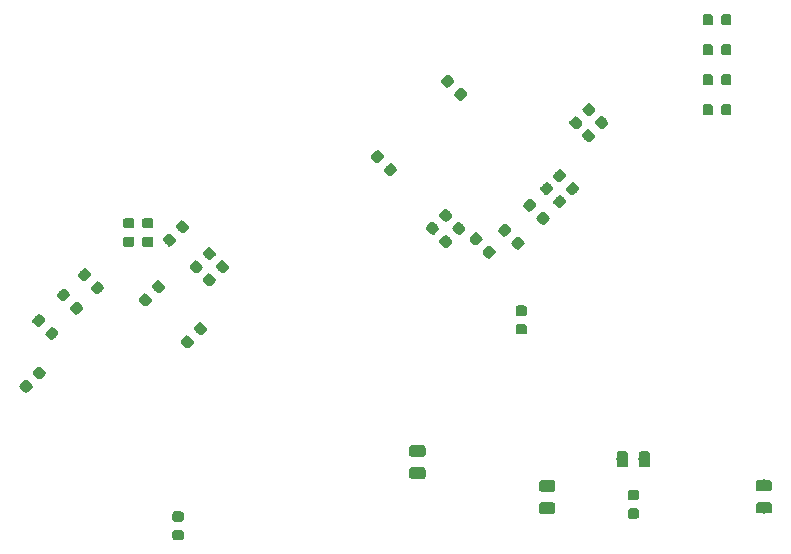
<source format=gbp>
G04 #@! TF.GenerationSoftware,KiCad,Pcbnew,(5.1.0-891-gf1f26a919-dirty)*
G04 #@! TF.CreationDate,2019-06-11T00:28:49+04:00*
G04 #@! TF.ProjectId,hdmishield,68646d69-7368-4696-956c-642e6b696361,rev?*
G04 #@! TF.SameCoordinates,Original*
G04 #@! TF.FileFunction,Paste,Bot*
G04 #@! TF.FilePolarity,Positive*
%FSLAX46Y46*%
G04 Gerber Fmt 4.6, Leading zero omitted, Abs format (unit mm)*
G04 Created by KiCad (PCBNEW (5.1.0-891-gf1f26a919-dirty)) date 2019-06-11 00:28:49*
%MOMM*%
%LPD*%
G04 APERTURE LIST*
%ADD10C,0.100000*%
%ADD11C,0.875000*%
%ADD12C,0.975000*%
G04 APERTURE END LIST*
D10*
G36*
X72354790Y-62984508D02*
G01*
X72428379Y-63037974D01*
X72473860Y-63116749D01*
X72484566Y-63184346D01*
X72484566Y-63621846D01*
X72465654Y-63710820D01*
X72412188Y-63784409D01*
X72333413Y-63829890D01*
X72265816Y-63840596D01*
X71753316Y-63840596D01*
X71664342Y-63821684D01*
X71590753Y-63768218D01*
X71545272Y-63689443D01*
X71534566Y-63621846D01*
X71534566Y-63184346D01*
X71553478Y-63095372D01*
X71606944Y-63021783D01*
X71685719Y-62976302D01*
X71753316Y-62965596D01*
X72265816Y-62965596D01*
X72354790Y-62984508D01*
X72354790Y-62984508D01*
G37*
D11*
X72009566Y-63403096D03*
D10*
G36*
X72354790Y-64559508D02*
G01*
X72428379Y-64612974D01*
X72473860Y-64691749D01*
X72484566Y-64759346D01*
X72484566Y-65196846D01*
X72465654Y-65285820D01*
X72412188Y-65359409D01*
X72333413Y-65404890D01*
X72265816Y-65415596D01*
X71753316Y-65415596D01*
X71664342Y-65396684D01*
X71590753Y-65343218D01*
X71545272Y-65264443D01*
X71534566Y-65196846D01*
X71534566Y-64759346D01*
X71553478Y-64670372D01*
X71606944Y-64596783D01*
X71685719Y-64551302D01*
X71753316Y-64540596D01*
X72265816Y-64540596D01*
X72354790Y-64559508D01*
X72354790Y-64559508D01*
G37*
D11*
X72009566Y-64978096D03*
D10*
G36*
X73980390Y-62984508D02*
G01*
X74053979Y-63037974D01*
X74099460Y-63116749D01*
X74110166Y-63184346D01*
X74110166Y-63621846D01*
X74091254Y-63710820D01*
X74037788Y-63784409D01*
X73959013Y-63829890D01*
X73891416Y-63840596D01*
X73378916Y-63840596D01*
X73289942Y-63821684D01*
X73216353Y-63768218D01*
X73170872Y-63689443D01*
X73160166Y-63621846D01*
X73160166Y-63184346D01*
X73179078Y-63095372D01*
X73232544Y-63021783D01*
X73311319Y-62976302D01*
X73378916Y-62965596D01*
X73891416Y-62965596D01*
X73980390Y-62984508D01*
X73980390Y-62984508D01*
G37*
D11*
X73635166Y-63403096D03*
D10*
G36*
X73980390Y-64559508D02*
G01*
X74053979Y-64612974D01*
X74099460Y-64691749D01*
X74110166Y-64759346D01*
X74110166Y-65196846D01*
X74091254Y-65285820D01*
X74037788Y-65359409D01*
X73959013Y-65404890D01*
X73891416Y-65415596D01*
X73378916Y-65415596D01*
X73289942Y-65396684D01*
X73216353Y-65343218D01*
X73170872Y-65264443D01*
X73160166Y-65196846D01*
X73160166Y-64759346D01*
X73179078Y-64670372D01*
X73232544Y-64596783D01*
X73311319Y-64551302D01*
X73378916Y-64540596D01*
X73891416Y-64540596D01*
X73980390Y-64559508D01*
X73980390Y-64559508D01*
G37*
D11*
X73635166Y-64978096D03*
D10*
G36*
X76645548Y-63186876D02*
G01*
X76700918Y-63227104D01*
X77063311Y-63589497D01*
X77112852Y-63665784D01*
X77127081Y-63755625D01*
X77103539Y-63843487D01*
X77063311Y-63898857D01*
X76753952Y-64208216D01*
X76677665Y-64257757D01*
X76587824Y-64271986D01*
X76499962Y-64248444D01*
X76444592Y-64208216D01*
X76082199Y-63845823D01*
X76032658Y-63769536D01*
X76018429Y-63679695D01*
X76041971Y-63591833D01*
X76082199Y-63536463D01*
X76391558Y-63227104D01*
X76467845Y-63177563D01*
X76557686Y-63163334D01*
X76645548Y-63186876D01*
X76645548Y-63186876D01*
G37*
D11*
X76572755Y-63717660D03*
D10*
G36*
X75531854Y-64300570D02*
G01*
X75587224Y-64340798D01*
X75949617Y-64703191D01*
X75999158Y-64779478D01*
X76013387Y-64869319D01*
X75989845Y-64957181D01*
X75949617Y-65012551D01*
X75640258Y-65321910D01*
X75563971Y-65371451D01*
X75474130Y-65385680D01*
X75386268Y-65362138D01*
X75330898Y-65321910D01*
X74968505Y-64959517D01*
X74918964Y-64883230D01*
X74904735Y-64793389D01*
X74928277Y-64705527D01*
X74968505Y-64650157D01*
X75277864Y-64340798D01*
X75354151Y-64291257D01*
X75443992Y-64277028D01*
X75531854Y-64300570D01*
X75531854Y-64300570D01*
G37*
D11*
X75459061Y-64831354D03*
D10*
G36*
X78912440Y-65460369D02*
G01*
X78967810Y-65500597D01*
X79330203Y-65862990D01*
X79379744Y-65939277D01*
X79393973Y-66029118D01*
X79370431Y-66116980D01*
X79330203Y-66172350D01*
X79020844Y-66481709D01*
X78944557Y-66531250D01*
X78854716Y-66545479D01*
X78766854Y-66521937D01*
X78711484Y-66481709D01*
X78349091Y-66119316D01*
X78299550Y-66043029D01*
X78285321Y-65953188D01*
X78308863Y-65865326D01*
X78349091Y-65809956D01*
X78658450Y-65500597D01*
X78734737Y-65451056D01*
X78824578Y-65436827D01*
X78912440Y-65460369D01*
X78912440Y-65460369D01*
G37*
D11*
X78839647Y-65991153D03*
D10*
G36*
X77798746Y-66574063D02*
G01*
X77854116Y-66614291D01*
X78216509Y-66976684D01*
X78266050Y-67052971D01*
X78280279Y-67142812D01*
X78256737Y-67230674D01*
X78216509Y-67286044D01*
X77907150Y-67595403D01*
X77830863Y-67644944D01*
X77741022Y-67659173D01*
X77653160Y-67635631D01*
X77597790Y-67595403D01*
X77235397Y-67233010D01*
X77185856Y-67156723D01*
X77171627Y-67066882D01*
X77195169Y-66979020D01*
X77235397Y-66923650D01*
X77544756Y-66614291D01*
X77621043Y-66564750D01*
X77710884Y-66550521D01*
X77798746Y-66574063D01*
X77798746Y-66574063D01*
G37*
D11*
X77725953Y-67104847D03*
D10*
G36*
X80023001Y-66556489D02*
G01*
X80078371Y-66596717D01*
X80440764Y-66959110D01*
X80490305Y-67035397D01*
X80504534Y-67125238D01*
X80480992Y-67213100D01*
X80440764Y-67268470D01*
X80131405Y-67577829D01*
X80055118Y-67627370D01*
X79965277Y-67641599D01*
X79877415Y-67618057D01*
X79822045Y-67577829D01*
X79459652Y-67215436D01*
X79410111Y-67139149D01*
X79395882Y-67049308D01*
X79419424Y-66961446D01*
X79459652Y-66906076D01*
X79769011Y-66596717D01*
X79845298Y-66547176D01*
X79935139Y-66532947D01*
X80023001Y-66556489D01*
X80023001Y-66556489D01*
G37*
D11*
X79950208Y-67087273D03*
D10*
G36*
X78909307Y-67670183D02*
G01*
X78964677Y-67710411D01*
X79327070Y-68072804D01*
X79376611Y-68149091D01*
X79390840Y-68238932D01*
X79367298Y-68326794D01*
X79327070Y-68382164D01*
X79017711Y-68691523D01*
X78941424Y-68741064D01*
X78851583Y-68755293D01*
X78763721Y-68731751D01*
X78708351Y-68691523D01*
X78345958Y-68329130D01*
X78296417Y-68252843D01*
X78282188Y-68163002D01*
X78305730Y-68075140D01*
X78345958Y-68019770D01*
X78655317Y-67710411D01*
X78731604Y-67660870D01*
X78821445Y-67646641D01*
X78909307Y-67670183D01*
X78909307Y-67670183D01*
G37*
D11*
X78836514Y-68200967D03*
D10*
G36*
X76545224Y-89395912D02*
G01*
X76618813Y-89449378D01*
X76664294Y-89528153D01*
X76675000Y-89595750D01*
X76675000Y-90033250D01*
X76656088Y-90122224D01*
X76602622Y-90195813D01*
X76523847Y-90241294D01*
X76456250Y-90252000D01*
X75943750Y-90252000D01*
X75854776Y-90233088D01*
X75781187Y-90179622D01*
X75735706Y-90100847D01*
X75725000Y-90033250D01*
X75725000Y-89595750D01*
X75743912Y-89506776D01*
X75797378Y-89433187D01*
X75876153Y-89387706D01*
X75943750Y-89377000D01*
X76456250Y-89377000D01*
X76545224Y-89395912D01*
X76545224Y-89395912D01*
G37*
D11*
X76200000Y-89814500D03*
D10*
G36*
X76545224Y-87820912D02*
G01*
X76618813Y-87874378D01*
X76664294Y-87953153D01*
X76675000Y-88020750D01*
X76675000Y-88458250D01*
X76656088Y-88547224D01*
X76602622Y-88620813D01*
X76523847Y-88666294D01*
X76456250Y-88677000D01*
X75943750Y-88677000D01*
X75854776Y-88658088D01*
X75781187Y-88604622D01*
X75735706Y-88525847D01*
X75725000Y-88458250D01*
X75725000Y-88020750D01*
X75743912Y-87931776D01*
X75797378Y-87858187D01*
X75876153Y-87812706D01*
X75943750Y-87802000D01*
X76456250Y-87802000D01*
X76545224Y-87820912D01*
X76545224Y-87820912D01*
G37*
D11*
X76200000Y-88239500D03*
D10*
G36*
X74607140Y-68254369D02*
G01*
X74662510Y-68294597D01*
X75024903Y-68656990D01*
X75074444Y-68733277D01*
X75088673Y-68823118D01*
X75065131Y-68910980D01*
X75024903Y-68966350D01*
X74715544Y-69275709D01*
X74639257Y-69325250D01*
X74549416Y-69339479D01*
X74461554Y-69315937D01*
X74406184Y-69275709D01*
X74043791Y-68913316D01*
X73994250Y-68837029D01*
X73980021Y-68747188D01*
X74003563Y-68659326D01*
X74043791Y-68603956D01*
X74353150Y-68294597D01*
X74429437Y-68245056D01*
X74519278Y-68230827D01*
X74607140Y-68254369D01*
X74607140Y-68254369D01*
G37*
D11*
X74534347Y-68785153D03*
D10*
G36*
X73493446Y-69368063D02*
G01*
X73548816Y-69408291D01*
X73911209Y-69770684D01*
X73960750Y-69846971D01*
X73974979Y-69936812D01*
X73951437Y-70024674D01*
X73911209Y-70080044D01*
X73601850Y-70389403D01*
X73525563Y-70438944D01*
X73435722Y-70453173D01*
X73347860Y-70429631D01*
X73292490Y-70389403D01*
X72930097Y-70027010D01*
X72880556Y-69950723D01*
X72866327Y-69860882D01*
X72889869Y-69773020D01*
X72930097Y-69717650D01*
X73239456Y-69408291D01*
X73315743Y-69358750D01*
X73405584Y-69344521D01*
X73493446Y-69368063D01*
X73493446Y-69368063D01*
G37*
D11*
X73420653Y-69898847D03*
D10*
G36*
X63396946Y-76670563D02*
G01*
X63452316Y-76710791D01*
X63814709Y-77073184D01*
X63864250Y-77149471D01*
X63878479Y-77239312D01*
X63854937Y-77327174D01*
X63814709Y-77382544D01*
X63505350Y-77691903D01*
X63429063Y-77741444D01*
X63339222Y-77755673D01*
X63251360Y-77732131D01*
X63195990Y-77691903D01*
X62833597Y-77329510D01*
X62784056Y-77253223D01*
X62769827Y-77163382D01*
X62793369Y-77075520D01*
X62833597Y-77020150D01*
X63142956Y-76710791D01*
X63219243Y-76661250D01*
X63309084Y-76647021D01*
X63396946Y-76670563D01*
X63396946Y-76670563D01*
G37*
D11*
X63324153Y-77201347D03*
D10*
G36*
X64510640Y-75556869D02*
G01*
X64566010Y-75597097D01*
X64928403Y-75959490D01*
X64977944Y-76035777D01*
X64992173Y-76125618D01*
X64968631Y-76213480D01*
X64928403Y-76268850D01*
X64619044Y-76578209D01*
X64542757Y-76627750D01*
X64452916Y-76641979D01*
X64365054Y-76618437D01*
X64309684Y-76578209D01*
X63947291Y-76215816D01*
X63897750Y-76139529D01*
X63883521Y-76049688D01*
X63907063Y-75961826D01*
X63947291Y-75906456D01*
X64256650Y-75597097D01*
X64332937Y-75547556D01*
X64422778Y-75533327D01*
X64510640Y-75556869D01*
X64510640Y-75556869D01*
G37*
D11*
X64437847Y-76087653D03*
D10*
G36*
X64529480Y-71111869D02*
G01*
X64584850Y-71152097D01*
X64894209Y-71461456D01*
X64943750Y-71537743D01*
X64957979Y-71627584D01*
X64934437Y-71715446D01*
X64894209Y-71770816D01*
X64531816Y-72133209D01*
X64455529Y-72182750D01*
X64365688Y-72196979D01*
X64277826Y-72173437D01*
X64222456Y-72133209D01*
X63913097Y-71823850D01*
X63863556Y-71747563D01*
X63849327Y-71657722D01*
X63872869Y-71569860D01*
X63913097Y-71514490D01*
X64275490Y-71152097D01*
X64351777Y-71102556D01*
X64441618Y-71088327D01*
X64529480Y-71111869D01*
X64529480Y-71111869D01*
G37*
D11*
X64403653Y-71642653D03*
D10*
G36*
X65643174Y-72225563D02*
G01*
X65698544Y-72265791D01*
X66007903Y-72575150D01*
X66057444Y-72651437D01*
X66071673Y-72741278D01*
X66048131Y-72829140D01*
X66007903Y-72884510D01*
X65645510Y-73246903D01*
X65569223Y-73296444D01*
X65479382Y-73310673D01*
X65391520Y-73287131D01*
X65336150Y-73246903D01*
X65026791Y-72937544D01*
X64977250Y-72861257D01*
X64963021Y-72771416D01*
X64986563Y-72683554D01*
X65026791Y-72628184D01*
X65389184Y-72265791D01*
X65465471Y-72216250D01*
X65555312Y-72202021D01*
X65643174Y-72225563D01*
X65643174Y-72225563D01*
G37*
D11*
X65517347Y-72756347D03*
D10*
G36*
X68402980Y-67238369D02*
G01*
X68458350Y-67278597D01*
X68767709Y-67587956D01*
X68817250Y-67664243D01*
X68831479Y-67754084D01*
X68807937Y-67841946D01*
X68767709Y-67897316D01*
X68405316Y-68259709D01*
X68329029Y-68309250D01*
X68239188Y-68323479D01*
X68151326Y-68299937D01*
X68095956Y-68259709D01*
X67786597Y-67950350D01*
X67737056Y-67874063D01*
X67722827Y-67784222D01*
X67746369Y-67696360D01*
X67786597Y-67640990D01*
X68148990Y-67278597D01*
X68225277Y-67229056D01*
X68315118Y-67214827D01*
X68402980Y-67238369D01*
X68402980Y-67238369D01*
G37*
D11*
X68277153Y-67769153D03*
D10*
G36*
X69516674Y-68352063D02*
G01*
X69572044Y-68392291D01*
X69881403Y-68701650D01*
X69930944Y-68777937D01*
X69945173Y-68867778D01*
X69921631Y-68955640D01*
X69881403Y-69011010D01*
X69519010Y-69373403D01*
X69442723Y-69422944D01*
X69352882Y-69437173D01*
X69265020Y-69413631D01*
X69209650Y-69373403D01*
X68900291Y-69064044D01*
X68850750Y-68987757D01*
X68836521Y-68897916D01*
X68860063Y-68810054D01*
X68900291Y-68754684D01*
X69262684Y-68392291D01*
X69338971Y-68342750D01*
X69428812Y-68328521D01*
X69516674Y-68352063D01*
X69516674Y-68352063D01*
G37*
D11*
X69390847Y-68882847D03*
D10*
G36*
X78163140Y-71810369D02*
G01*
X78218510Y-71850597D01*
X78580903Y-72212990D01*
X78630444Y-72289277D01*
X78644673Y-72379118D01*
X78621131Y-72466980D01*
X78580903Y-72522350D01*
X78271544Y-72831709D01*
X78195257Y-72881250D01*
X78105416Y-72895479D01*
X78017554Y-72871937D01*
X77962184Y-72831709D01*
X77599791Y-72469316D01*
X77550250Y-72393029D01*
X77536021Y-72303188D01*
X77559563Y-72215326D01*
X77599791Y-72159956D01*
X77909150Y-71850597D01*
X77985437Y-71801056D01*
X78075278Y-71786827D01*
X78163140Y-71810369D01*
X78163140Y-71810369D01*
G37*
D11*
X78090347Y-72341153D03*
D10*
G36*
X77049446Y-72924063D02*
G01*
X77104816Y-72964291D01*
X77467209Y-73326684D01*
X77516750Y-73402971D01*
X77530979Y-73492812D01*
X77507437Y-73580674D01*
X77467209Y-73636044D01*
X77157850Y-73945403D01*
X77081563Y-73994944D01*
X76991722Y-74009173D01*
X76903860Y-73985631D01*
X76848490Y-73945403D01*
X76486097Y-73583010D01*
X76436556Y-73506723D01*
X76422327Y-73416882D01*
X76445869Y-73329020D01*
X76486097Y-73273650D01*
X76795456Y-72964291D01*
X76871743Y-72914750D01*
X76961584Y-72900521D01*
X77049446Y-72924063D01*
X77049446Y-72924063D01*
G37*
D11*
X76976653Y-73454847D03*
D10*
G36*
X66624980Y-68952869D02*
G01*
X66680350Y-68993097D01*
X66989709Y-69302456D01*
X67039250Y-69378743D01*
X67053479Y-69468584D01*
X67029937Y-69556446D01*
X66989709Y-69611816D01*
X66627316Y-69974209D01*
X66551029Y-70023750D01*
X66461188Y-70037979D01*
X66373326Y-70014437D01*
X66317956Y-69974209D01*
X66008597Y-69664850D01*
X65959056Y-69588563D01*
X65944827Y-69498722D01*
X65968369Y-69410860D01*
X66008597Y-69355490D01*
X66370990Y-68993097D01*
X66447277Y-68943556D01*
X66537118Y-68929327D01*
X66624980Y-68952869D01*
X66624980Y-68952869D01*
G37*
D11*
X66499153Y-69483653D03*
D10*
G36*
X67738674Y-70066563D02*
G01*
X67794044Y-70106791D01*
X68103403Y-70416150D01*
X68152944Y-70492437D01*
X68167173Y-70582278D01*
X68143631Y-70670140D01*
X68103403Y-70725510D01*
X67741010Y-71087903D01*
X67664723Y-71137444D01*
X67574882Y-71151673D01*
X67487020Y-71128131D01*
X67431650Y-71087903D01*
X67122291Y-70778544D01*
X67072750Y-70702257D01*
X67058521Y-70612416D01*
X67082063Y-70524554D01*
X67122291Y-70469184D01*
X67484684Y-70106791D01*
X67560971Y-70057250D01*
X67650812Y-70043021D01*
X67738674Y-70066563D01*
X67738674Y-70066563D01*
G37*
D11*
X67612847Y-70597347D03*
D10*
G36*
X122925724Y-53343912D02*
G01*
X122999313Y-53397378D01*
X123044794Y-53476153D01*
X123055500Y-53543750D01*
X123055500Y-54056250D01*
X123036588Y-54145224D01*
X122983122Y-54218813D01*
X122904347Y-54264294D01*
X122836750Y-54275000D01*
X122399250Y-54275000D01*
X122310276Y-54256088D01*
X122236687Y-54202622D01*
X122191206Y-54123847D01*
X122180500Y-54056250D01*
X122180500Y-53543750D01*
X122199412Y-53454776D01*
X122252878Y-53381187D01*
X122331653Y-53335706D01*
X122399250Y-53325000D01*
X122836750Y-53325000D01*
X122925724Y-53343912D01*
X122925724Y-53343912D01*
G37*
D11*
X122618000Y-53800000D03*
D10*
G36*
X121350724Y-53343912D02*
G01*
X121424313Y-53397378D01*
X121469794Y-53476153D01*
X121480500Y-53543750D01*
X121480500Y-54056250D01*
X121461588Y-54145224D01*
X121408122Y-54218813D01*
X121329347Y-54264294D01*
X121261750Y-54275000D01*
X120824250Y-54275000D01*
X120735276Y-54256088D01*
X120661687Y-54202622D01*
X120616206Y-54123847D01*
X120605500Y-54056250D01*
X120605500Y-53543750D01*
X120624412Y-53454776D01*
X120677878Y-53381187D01*
X120756653Y-53335706D01*
X120824250Y-53325000D01*
X121261750Y-53325000D01*
X121350724Y-53343912D01*
X121350724Y-53343912D01*
G37*
D11*
X121043000Y-53800000D03*
D10*
G36*
X121350724Y-50803912D02*
G01*
X121424313Y-50857378D01*
X121469794Y-50936153D01*
X121480500Y-51003750D01*
X121480500Y-51516250D01*
X121461588Y-51605224D01*
X121408122Y-51678813D01*
X121329347Y-51724294D01*
X121261750Y-51735000D01*
X120824250Y-51735000D01*
X120735276Y-51716088D01*
X120661687Y-51662622D01*
X120616206Y-51583847D01*
X120605500Y-51516250D01*
X120605500Y-51003750D01*
X120624412Y-50914776D01*
X120677878Y-50841187D01*
X120756653Y-50795706D01*
X120824250Y-50785000D01*
X121261750Y-50785000D01*
X121350724Y-50803912D01*
X121350724Y-50803912D01*
G37*
D11*
X121043000Y-51260000D03*
D10*
G36*
X122925724Y-50803912D02*
G01*
X122999313Y-50857378D01*
X123044794Y-50936153D01*
X123055500Y-51003750D01*
X123055500Y-51516250D01*
X123036588Y-51605224D01*
X122983122Y-51678813D01*
X122904347Y-51724294D01*
X122836750Y-51735000D01*
X122399250Y-51735000D01*
X122310276Y-51716088D01*
X122236687Y-51662622D01*
X122191206Y-51583847D01*
X122180500Y-51516250D01*
X122180500Y-51003750D01*
X122199412Y-50914776D01*
X122252878Y-50841187D01*
X122331653Y-50795706D01*
X122399250Y-50785000D01*
X122836750Y-50785000D01*
X122925724Y-50803912D01*
X122925724Y-50803912D01*
G37*
D11*
X122618000Y-51260000D03*
D10*
G36*
X121350724Y-48263912D02*
G01*
X121424313Y-48317378D01*
X121469794Y-48396153D01*
X121480500Y-48463750D01*
X121480500Y-48976250D01*
X121461588Y-49065224D01*
X121408122Y-49138813D01*
X121329347Y-49184294D01*
X121261750Y-49195000D01*
X120824250Y-49195000D01*
X120735276Y-49176088D01*
X120661687Y-49122622D01*
X120616206Y-49043847D01*
X120605500Y-48976250D01*
X120605500Y-48463750D01*
X120624412Y-48374776D01*
X120677878Y-48301187D01*
X120756653Y-48255706D01*
X120824250Y-48245000D01*
X121261750Y-48245000D01*
X121350724Y-48263912D01*
X121350724Y-48263912D01*
G37*
D11*
X121043000Y-48720000D03*
D10*
G36*
X122925724Y-48263912D02*
G01*
X122999313Y-48317378D01*
X123044794Y-48396153D01*
X123055500Y-48463750D01*
X123055500Y-48976250D01*
X123036588Y-49065224D01*
X122983122Y-49138813D01*
X122904347Y-49184294D01*
X122836750Y-49195000D01*
X122399250Y-49195000D01*
X122310276Y-49176088D01*
X122236687Y-49122622D01*
X122191206Y-49043847D01*
X122180500Y-48976250D01*
X122180500Y-48463750D01*
X122199412Y-48374776D01*
X122252878Y-48301187D01*
X122331653Y-48255706D01*
X122399250Y-48245000D01*
X122836750Y-48245000D01*
X122925724Y-48263912D01*
X122925724Y-48263912D01*
G37*
D11*
X122618000Y-48720000D03*
D10*
G36*
X121350724Y-45723913D02*
G01*
X121424313Y-45777379D01*
X121469794Y-45856154D01*
X121480500Y-45923751D01*
X121480500Y-46436251D01*
X121461588Y-46525225D01*
X121408122Y-46598814D01*
X121329347Y-46644295D01*
X121261750Y-46655001D01*
X120824250Y-46655001D01*
X120735276Y-46636089D01*
X120661687Y-46582623D01*
X120616206Y-46503848D01*
X120605500Y-46436251D01*
X120605500Y-45923751D01*
X120624412Y-45834777D01*
X120677878Y-45761188D01*
X120756653Y-45715707D01*
X120824250Y-45705001D01*
X121261750Y-45705001D01*
X121350724Y-45723913D01*
X121350724Y-45723913D01*
G37*
D11*
X121043000Y-46180001D03*
D10*
G36*
X122925724Y-45723913D02*
G01*
X122999313Y-45777379D01*
X123044794Y-45856154D01*
X123055500Y-45923751D01*
X123055500Y-46436251D01*
X123036588Y-46525225D01*
X122983122Y-46598814D01*
X122904347Y-46644295D01*
X122836750Y-46655001D01*
X122399250Y-46655001D01*
X122310276Y-46636089D01*
X122236687Y-46582623D01*
X122191206Y-46503848D01*
X122180500Y-46436251D01*
X122180500Y-45923751D01*
X122199412Y-45834777D01*
X122252878Y-45761188D01*
X122331653Y-45715707D01*
X122399250Y-45705001D01*
X122836750Y-45705001D01*
X122925724Y-45723913D01*
X122925724Y-45723913D01*
G37*
D11*
X122618000Y-46180001D03*
D10*
G36*
X105590124Y-71971512D02*
G01*
X105663713Y-72024978D01*
X105709194Y-72103753D01*
X105719900Y-72171350D01*
X105719900Y-72608850D01*
X105700988Y-72697824D01*
X105647522Y-72771413D01*
X105568747Y-72816894D01*
X105501150Y-72827600D01*
X104988650Y-72827600D01*
X104899676Y-72808688D01*
X104826087Y-72755222D01*
X104780606Y-72676447D01*
X104769900Y-72608850D01*
X104769900Y-72171350D01*
X104788812Y-72082376D01*
X104842278Y-72008787D01*
X104921053Y-71963306D01*
X104988650Y-71952600D01*
X105501150Y-71952600D01*
X105590124Y-71971512D01*
X105590124Y-71971512D01*
G37*
D11*
X105244900Y-72390100D03*
D10*
G36*
X105590124Y-70396512D02*
G01*
X105663713Y-70449978D01*
X105709194Y-70528753D01*
X105719900Y-70596350D01*
X105719900Y-71033850D01*
X105700988Y-71122824D01*
X105647522Y-71196413D01*
X105568747Y-71241894D01*
X105501150Y-71252600D01*
X104988650Y-71252600D01*
X104899676Y-71233688D01*
X104826087Y-71180222D01*
X104780606Y-71101447D01*
X104769900Y-71033850D01*
X104769900Y-70596350D01*
X104788812Y-70507376D01*
X104842278Y-70433787D01*
X104921053Y-70388306D01*
X104988650Y-70377600D01*
X105501150Y-70377600D01*
X105590124Y-70396512D01*
X105590124Y-70396512D01*
G37*
D11*
X105244900Y-70815100D03*
D10*
G36*
X109942446Y-54382063D02*
G01*
X109997816Y-54422291D01*
X110360209Y-54784684D01*
X110409750Y-54860971D01*
X110423979Y-54950812D01*
X110400437Y-55038674D01*
X110360209Y-55094044D01*
X110050850Y-55403403D01*
X109974563Y-55452944D01*
X109884722Y-55467173D01*
X109796860Y-55443631D01*
X109741490Y-55403403D01*
X109379097Y-55041010D01*
X109329556Y-54964723D01*
X109315327Y-54874882D01*
X109338869Y-54787020D01*
X109379097Y-54731650D01*
X109688456Y-54422291D01*
X109764743Y-54372750D01*
X109854584Y-54358521D01*
X109942446Y-54382063D01*
X109942446Y-54382063D01*
G37*
D11*
X109869653Y-54912847D03*
D10*
G36*
X111056140Y-53268369D02*
G01*
X111111510Y-53308597D01*
X111473903Y-53670990D01*
X111523444Y-53747277D01*
X111537673Y-53837118D01*
X111514131Y-53924980D01*
X111473903Y-53980350D01*
X111164544Y-54289709D01*
X111088257Y-54339250D01*
X110998416Y-54353479D01*
X110910554Y-54329937D01*
X110855184Y-54289709D01*
X110492791Y-53927316D01*
X110443250Y-53851029D01*
X110429021Y-53761188D01*
X110452563Y-53673326D01*
X110492791Y-53617956D01*
X110802150Y-53308597D01*
X110878437Y-53259056D01*
X110968278Y-53244827D01*
X111056140Y-53268369D01*
X111056140Y-53268369D01*
G37*
D11*
X110983347Y-53799153D03*
D10*
G36*
X111021946Y-55461563D02*
G01*
X111077316Y-55501791D01*
X111439709Y-55864184D01*
X111489250Y-55940471D01*
X111503479Y-56030312D01*
X111479937Y-56118174D01*
X111439709Y-56173544D01*
X111130350Y-56482903D01*
X111054063Y-56532444D01*
X110964222Y-56546673D01*
X110876360Y-56523131D01*
X110820990Y-56482903D01*
X110458597Y-56120510D01*
X110409056Y-56044223D01*
X110394827Y-55954382D01*
X110418369Y-55866520D01*
X110458597Y-55811150D01*
X110767956Y-55501791D01*
X110844243Y-55452250D01*
X110934084Y-55438021D01*
X111021946Y-55461563D01*
X111021946Y-55461563D01*
G37*
D11*
X110949153Y-55992347D03*
D10*
G36*
X112135640Y-54347869D02*
G01*
X112191010Y-54388097D01*
X112553403Y-54750490D01*
X112602944Y-54826777D01*
X112617173Y-54916618D01*
X112593631Y-55004480D01*
X112553403Y-55059850D01*
X112244044Y-55369209D01*
X112167757Y-55418750D01*
X112077916Y-55432979D01*
X111990054Y-55409437D01*
X111934684Y-55369209D01*
X111572291Y-55006816D01*
X111522750Y-54930529D01*
X111508521Y-54840688D01*
X111532063Y-54752826D01*
X111572291Y-54697456D01*
X111881650Y-54388097D01*
X111957937Y-54338556D01*
X112047778Y-54324327D01*
X112135640Y-54347869D01*
X112135640Y-54347869D01*
G37*
D11*
X112062847Y-54878653D03*
D10*
G36*
X97822884Y-63305439D02*
G01*
X97878254Y-63345667D01*
X98240647Y-63708060D01*
X98290188Y-63784347D01*
X98304417Y-63874188D01*
X98280875Y-63962050D01*
X98240647Y-64017420D01*
X97931288Y-64326779D01*
X97855001Y-64376320D01*
X97765160Y-64390549D01*
X97677298Y-64367007D01*
X97621928Y-64326779D01*
X97259535Y-63964386D01*
X97209994Y-63888099D01*
X97195765Y-63798258D01*
X97219307Y-63710396D01*
X97259535Y-63655026D01*
X97568894Y-63345667D01*
X97645181Y-63296126D01*
X97735022Y-63281897D01*
X97822884Y-63305439D01*
X97822884Y-63305439D01*
G37*
D11*
X97750091Y-63836223D03*
D10*
G36*
X98936578Y-62191745D02*
G01*
X98991948Y-62231973D01*
X99354341Y-62594366D01*
X99403882Y-62670653D01*
X99418111Y-62760494D01*
X99394569Y-62848356D01*
X99354341Y-62903726D01*
X99044982Y-63213085D01*
X98968695Y-63262626D01*
X98878854Y-63276855D01*
X98790992Y-63253313D01*
X98735622Y-63213085D01*
X98373229Y-62850692D01*
X98323688Y-62774405D01*
X98309459Y-62684564D01*
X98333001Y-62596702D01*
X98373229Y-62541332D01*
X98682588Y-62231973D01*
X98758875Y-62182432D01*
X98848716Y-62168203D01*
X98936578Y-62191745D01*
X98936578Y-62191745D01*
G37*
D11*
X98863785Y-62722529D03*
D10*
G36*
X105105167Y-64571655D02*
G01*
X105160537Y-64611883D01*
X105469896Y-64921242D01*
X105519437Y-64997529D01*
X105533666Y-65087370D01*
X105510124Y-65175232D01*
X105469896Y-65230602D01*
X105107503Y-65592995D01*
X105031216Y-65642536D01*
X104941375Y-65656765D01*
X104853513Y-65633223D01*
X104798143Y-65592995D01*
X104488784Y-65283636D01*
X104439243Y-65207349D01*
X104425014Y-65117508D01*
X104448556Y-65029646D01*
X104488784Y-64974276D01*
X104851177Y-64611883D01*
X104927464Y-64562342D01*
X105017305Y-64548113D01*
X105105167Y-64571655D01*
X105105167Y-64571655D01*
G37*
D11*
X104979340Y-65102439D03*
D10*
G36*
X103991473Y-63457961D02*
G01*
X104046843Y-63498189D01*
X104356202Y-63807548D01*
X104405743Y-63883835D01*
X104419972Y-63973676D01*
X104396430Y-64061538D01*
X104356202Y-64116908D01*
X103993809Y-64479301D01*
X103917522Y-64528842D01*
X103827681Y-64543071D01*
X103739819Y-64519529D01*
X103684449Y-64479301D01*
X103375090Y-64169942D01*
X103325549Y-64093655D01*
X103311320Y-64003814D01*
X103334862Y-63915952D01*
X103375090Y-63860582D01*
X103737483Y-63498189D01*
X103813770Y-63448648D01*
X103903611Y-63434419D01*
X103991473Y-63457961D01*
X103991473Y-63457961D01*
G37*
D11*
X103865646Y-63988745D03*
D10*
G36*
X93191427Y-57241516D02*
G01*
X93246797Y-57281744D01*
X93556156Y-57591103D01*
X93605697Y-57667390D01*
X93619926Y-57757231D01*
X93596384Y-57845093D01*
X93556156Y-57900463D01*
X93193763Y-58262856D01*
X93117476Y-58312397D01*
X93027635Y-58326626D01*
X92939773Y-58303084D01*
X92884403Y-58262856D01*
X92575044Y-57953497D01*
X92525503Y-57877210D01*
X92511274Y-57787369D01*
X92534816Y-57699507D01*
X92575044Y-57644137D01*
X92937437Y-57281744D01*
X93013724Y-57232203D01*
X93103565Y-57217974D01*
X93191427Y-57241516D01*
X93191427Y-57241516D01*
G37*
D11*
X93065600Y-57772300D03*
D10*
G36*
X94305121Y-58355210D02*
G01*
X94360491Y-58395438D01*
X94669850Y-58704797D01*
X94719391Y-58781084D01*
X94733620Y-58870925D01*
X94710078Y-58958787D01*
X94669850Y-59014157D01*
X94307457Y-59376550D01*
X94231170Y-59426091D01*
X94141329Y-59440320D01*
X94053467Y-59416778D01*
X93998097Y-59376550D01*
X93688738Y-59067191D01*
X93639197Y-58990904D01*
X93624968Y-58901063D01*
X93648510Y-58813201D01*
X93688738Y-58757831D01*
X94051131Y-58395438D01*
X94127418Y-58345897D01*
X94217259Y-58331668D01*
X94305121Y-58355210D01*
X94305121Y-58355210D01*
G37*
D11*
X94179294Y-58885994D03*
D10*
G36*
X115091824Y-87558412D02*
G01*
X115165413Y-87611878D01*
X115210894Y-87690653D01*
X115221600Y-87758250D01*
X115221600Y-88195750D01*
X115202688Y-88284724D01*
X115149222Y-88358313D01*
X115070447Y-88403794D01*
X115002850Y-88414500D01*
X114490350Y-88414500D01*
X114401376Y-88395588D01*
X114327787Y-88342122D01*
X114282306Y-88263347D01*
X114271600Y-88195750D01*
X114271600Y-87758250D01*
X114290512Y-87669276D01*
X114343978Y-87595687D01*
X114422753Y-87550206D01*
X114490350Y-87539500D01*
X115002850Y-87539500D01*
X115091824Y-87558412D01*
X115091824Y-87558412D01*
G37*
D11*
X114746600Y-87977000D03*
D10*
G36*
X115091824Y-85983412D02*
G01*
X115165413Y-86036878D01*
X115210894Y-86115653D01*
X115221600Y-86183250D01*
X115221600Y-86620750D01*
X115202688Y-86709724D01*
X115149222Y-86783313D01*
X115070447Y-86828794D01*
X115002850Y-86839500D01*
X114490350Y-86839500D01*
X114401376Y-86820588D01*
X114327787Y-86767122D01*
X114282306Y-86688347D01*
X114271600Y-86620750D01*
X114271600Y-86183250D01*
X114290512Y-86094276D01*
X114343978Y-86020687D01*
X114422753Y-85975206D01*
X114490350Y-85964500D01*
X115002850Y-85964500D01*
X115091824Y-85983412D01*
X115091824Y-85983412D01*
G37*
D11*
X114746600Y-86402000D03*
D10*
G36*
X107224507Y-62452315D02*
G01*
X107279877Y-62492543D01*
X107589236Y-62801902D01*
X107638777Y-62878189D01*
X107653006Y-62968030D01*
X107629464Y-63055892D01*
X107589236Y-63111262D01*
X107226843Y-63473655D01*
X107150556Y-63523196D01*
X107060715Y-63537425D01*
X106972853Y-63513883D01*
X106917483Y-63473655D01*
X106608124Y-63164296D01*
X106558583Y-63088009D01*
X106544354Y-62998168D01*
X106567896Y-62910306D01*
X106608124Y-62854936D01*
X106970517Y-62492543D01*
X107046804Y-62443002D01*
X107136645Y-62428773D01*
X107224507Y-62452315D01*
X107224507Y-62452315D01*
G37*
D11*
X107098680Y-62983099D03*
D10*
G36*
X106110813Y-61338621D02*
G01*
X106166183Y-61378849D01*
X106475542Y-61688208D01*
X106525083Y-61764495D01*
X106539312Y-61854336D01*
X106515770Y-61942198D01*
X106475542Y-61997568D01*
X106113149Y-62359961D01*
X106036862Y-62409502D01*
X105947021Y-62423731D01*
X105859159Y-62400189D01*
X105803789Y-62359961D01*
X105494430Y-62050602D01*
X105444889Y-61974315D01*
X105430660Y-61884474D01*
X105454202Y-61796612D01*
X105494430Y-61741242D01*
X105856823Y-61378849D01*
X105933110Y-61329308D01*
X106022951Y-61315079D01*
X106110813Y-61338621D01*
X106110813Y-61338621D01*
G37*
D11*
X105984986Y-61869405D03*
D10*
G36*
X99151114Y-50840701D02*
G01*
X99206484Y-50880929D01*
X99515843Y-51190288D01*
X99565384Y-51266575D01*
X99579613Y-51356416D01*
X99556071Y-51444278D01*
X99515843Y-51499648D01*
X99153450Y-51862041D01*
X99077163Y-51911582D01*
X98987322Y-51925811D01*
X98899460Y-51902269D01*
X98844090Y-51862041D01*
X98534731Y-51552682D01*
X98485190Y-51476395D01*
X98470961Y-51386554D01*
X98494503Y-51298692D01*
X98534731Y-51243322D01*
X98897124Y-50880929D01*
X98973411Y-50831388D01*
X99063252Y-50817159D01*
X99151114Y-50840701D01*
X99151114Y-50840701D01*
G37*
D11*
X99025287Y-51371485D03*
D10*
G36*
X100264808Y-51954395D02*
G01*
X100320178Y-51994623D01*
X100629537Y-52303982D01*
X100679078Y-52380269D01*
X100693307Y-52470110D01*
X100669765Y-52557972D01*
X100629537Y-52613342D01*
X100267144Y-52975735D01*
X100190857Y-53025276D01*
X100101016Y-53039505D01*
X100013154Y-53015963D01*
X99957784Y-52975735D01*
X99648425Y-52666376D01*
X99598884Y-52590089D01*
X99584655Y-52500248D01*
X99608197Y-52412386D01*
X99648425Y-52357016D01*
X100010818Y-51994623D01*
X100087105Y-51945082D01*
X100176946Y-51930853D01*
X100264808Y-51954395D01*
X100264808Y-51954395D01*
G37*
D11*
X100138981Y-52485179D03*
D10*
G36*
X97011892Y-82210574D02*
G01*
X97093892Y-82270150D01*
X97144570Y-82357928D01*
X97156500Y-82433251D01*
X97156500Y-82920751D01*
X97135427Y-83019893D01*
X97075851Y-83101893D01*
X96988073Y-83152571D01*
X96912750Y-83164501D01*
X96000250Y-83164501D01*
X95901108Y-83143428D01*
X95819108Y-83083852D01*
X95768430Y-82996074D01*
X95756500Y-82920751D01*
X95756500Y-82433251D01*
X95777573Y-82334109D01*
X95837149Y-82252109D01*
X95924927Y-82201431D01*
X96000250Y-82189501D01*
X96912750Y-82189501D01*
X97011892Y-82210574D01*
X97011892Y-82210574D01*
G37*
D12*
X96456500Y-82677001D03*
D10*
G36*
X97011892Y-84085574D02*
G01*
X97093892Y-84145150D01*
X97144570Y-84232928D01*
X97156500Y-84308251D01*
X97156500Y-84795751D01*
X97135427Y-84894893D01*
X97075851Y-84976893D01*
X96988073Y-85027571D01*
X96912750Y-85039501D01*
X96000250Y-85039501D01*
X95901108Y-85018428D01*
X95819108Y-84958852D01*
X95768430Y-84871074D01*
X95756500Y-84795751D01*
X95756500Y-84308251D01*
X95777573Y-84209109D01*
X95837149Y-84127109D01*
X95924927Y-84076431D01*
X96000250Y-84064501D01*
X96912750Y-84064501D01*
X97011892Y-84085574D01*
X97011892Y-84085574D01*
G37*
D12*
X96456500Y-84552001D03*
D10*
G36*
X114151992Y-82700573D02*
G01*
X114233992Y-82760149D01*
X114284670Y-82847927D01*
X114296600Y-82923250D01*
X114296600Y-83835750D01*
X114275527Y-83934892D01*
X114215951Y-84016892D01*
X114128173Y-84067570D01*
X114052850Y-84079500D01*
X113565350Y-84079500D01*
X113466208Y-84058427D01*
X113384208Y-83998851D01*
X113333530Y-83911073D01*
X113321600Y-83835750D01*
X113321600Y-82923250D01*
X113342673Y-82824108D01*
X113402249Y-82742108D01*
X113490027Y-82691430D01*
X113565350Y-82679500D01*
X114052850Y-82679500D01*
X114151992Y-82700573D01*
X114151992Y-82700573D01*
G37*
D12*
X113809100Y-83379500D03*
D10*
G36*
X116026992Y-82700573D02*
G01*
X116108992Y-82760149D01*
X116159670Y-82847927D01*
X116171600Y-82923250D01*
X116171600Y-83835750D01*
X116150527Y-83934892D01*
X116090951Y-84016892D01*
X116003173Y-84067570D01*
X115927850Y-84079500D01*
X115440350Y-84079500D01*
X115341208Y-84058427D01*
X115259208Y-83998851D01*
X115208530Y-83911073D01*
X115196600Y-83835750D01*
X115196600Y-82923250D01*
X115217673Y-82824108D01*
X115277249Y-82742108D01*
X115365027Y-82691430D01*
X115440350Y-82679500D01*
X115927850Y-82679500D01*
X116026992Y-82700573D01*
X116026992Y-82700573D01*
G37*
D12*
X115684100Y-83379500D03*
D10*
G36*
X108634407Y-61042414D02*
G01*
X108689777Y-61082642D01*
X108999136Y-61392001D01*
X109048677Y-61468288D01*
X109062906Y-61558129D01*
X109039364Y-61645991D01*
X108999136Y-61701361D01*
X108636743Y-62063754D01*
X108560456Y-62113295D01*
X108470615Y-62127524D01*
X108382753Y-62103982D01*
X108327383Y-62063754D01*
X108018024Y-61754395D01*
X107968483Y-61678108D01*
X107954254Y-61588267D01*
X107977796Y-61500405D01*
X108018024Y-61445035D01*
X108380417Y-61082642D01*
X108456704Y-61033101D01*
X108546545Y-61018872D01*
X108634407Y-61042414D01*
X108634407Y-61042414D01*
G37*
D11*
X108508580Y-61573198D03*
D10*
G36*
X107520713Y-59928720D02*
G01*
X107576083Y-59968948D01*
X107885442Y-60278307D01*
X107934983Y-60354594D01*
X107949212Y-60444435D01*
X107925670Y-60532297D01*
X107885442Y-60587667D01*
X107523049Y-60950060D01*
X107446762Y-60999601D01*
X107356921Y-61013830D01*
X107269059Y-60990288D01*
X107213689Y-60950060D01*
X106904330Y-60640701D01*
X106854789Y-60564414D01*
X106840560Y-60474573D01*
X106864102Y-60386711D01*
X106904330Y-60331341D01*
X107266723Y-59968948D01*
X107343010Y-59919407D01*
X107432851Y-59905178D01*
X107520713Y-59928720D01*
X107520713Y-59928720D01*
G37*
D11*
X107394886Y-60459504D03*
D10*
G36*
X98936436Y-64418991D02*
G01*
X98991806Y-64459219D01*
X99354199Y-64821612D01*
X99403740Y-64897899D01*
X99417969Y-64987740D01*
X99394427Y-65075602D01*
X99354199Y-65130972D01*
X99044840Y-65440331D01*
X98968553Y-65489872D01*
X98878712Y-65504101D01*
X98790850Y-65480559D01*
X98735480Y-65440331D01*
X98373087Y-65077938D01*
X98323546Y-65001651D01*
X98309317Y-64911810D01*
X98332859Y-64823948D01*
X98373087Y-64768578D01*
X98682446Y-64459219D01*
X98758733Y-64409678D01*
X98848574Y-64395449D01*
X98936436Y-64418991D01*
X98936436Y-64418991D01*
G37*
D11*
X98863643Y-64949775D03*
D10*
G36*
X100050130Y-63305297D02*
G01*
X100105500Y-63345525D01*
X100467893Y-63707918D01*
X100517434Y-63784205D01*
X100531663Y-63874046D01*
X100508121Y-63961908D01*
X100467893Y-64017278D01*
X100158534Y-64326637D01*
X100082247Y-64376178D01*
X99992406Y-64390407D01*
X99904544Y-64366865D01*
X99849174Y-64326637D01*
X99486781Y-63964244D01*
X99437240Y-63887957D01*
X99423011Y-63798116D01*
X99446553Y-63710254D01*
X99486781Y-63654884D01*
X99796140Y-63345525D01*
X99872427Y-63295984D01*
X99962268Y-63281755D01*
X100050130Y-63305297D01*
X100050130Y-63305297D01*
G37*
D11*
X99977337Y-63836081D03*
D10*
G36*
X102671517Y-65317016D02*
G01*
X102726887Y-65357244D01*
X103036246Y-65666603D01*
X103085787Y-65742890D01*
X103100016Y-65832731D01*
X103076474Y-65920593D01*
X103036246Y-65975963D01*
X102673853Y-66338356D01*
X102597566Y-66387897D01*
X102507725Y-66402126D01*
X102419863Y-66378584D01*
X102364493Y-66338356D01*
X102055134Y-66028997D01*
X102005593Y-65952710D01*
X101991364Y-65862869D01*
X102014906Y-65775007D01*
X102055134Y-65719637D01*
X102417527Y-65357244D01*
X102493814Y-65307703D01*
X102583655Y-65293474D01*
X102671517Y-65317016D01*
X102671517Y-65317016D01*
G37*
D11*
X102545690Y-65847800D03*
D10*
G36*
X101557823Y-64203322D02*
G01*
X101613193Y-64243550D01*
X101922552Y-64552909D01*
X101972093Y-64629196D01*
X101986322Y-64719037D01*
X101962780Y-64806899D01*
X101922552Y-64862269D01*
X101560159Y-65224662D01*
X101483872Y-65274203D01*
X101394031Y-65288432D01*
X101306169Y-65264890D01*
X101250799Y-65224662D01*
X100941440Y-64915303D01*
X100891899Y-64839016D01*
X100877670Y-64749175D01*
X100901212Y-64661313D01*
X100941440Y-64605943D01*
X101303833Y-64243550D01*
X101380120Y-64194009D01*
X101469961Y-64179780D01*
X101557823Y-64203322D01*
X101557823Y-64203322D01*
G37*
D11*
X101431996Y-64734106D03*
D10*
G36*
X109722921Y-59955410D02*
G01*
X109778291Y-59995638D01*
X110087650Y-60304997D01*
X110137191Y-60381284D01*
X110151420Y-60471125D01*
X110127878Y-60558987D01*
X110087650Y-60614357D01*
X109725257Y-60976750D01*
X109648970Y-61026291D01*
X109559129Y-61040520D01*
X109471267Y-61016978D01*
X109415897Y-60976750D01*
X109106538Y-60667391D01*
X109056997Y-60591104D01*
X109042768Y-60501263D01*
X109066310Y-60413401D01*
X109106538Y-60358031D01*
X109468931Y-59995638D01*
X109545218Y-59946097D01*
X109635059Y-59931868D01*
X109722921Y-59955410D01*
X109722921Y-59955410D01*
G37*
D11*
X109597094Y-60486194D03*
D10*
G36*
X108609227Y-58841716D02*
G01*
X108664597Y-58881944D01*
X108973956Y-59191303D01*
X109023497Y-59267590D01*
X109037726Y-59357431D01*
X109014184Y-59445293D01*
X108973956Y-59500663D01*
X108611563Y-59863056D01*
X108535276Y-59912597D01*
X108445435Y-59926826D01*
X108357573Y-59903284D01*
X108302203Y-59863056D01*
X107992844Y-59553697D01*
X107943303Y-59477410D01*
X107929074Y-59387569D01*
X107952616Y-59299707D01*
X107992844Y-59244337D01*
X108355237Y-58881944D01*
X108431524Y-58832403D01*
X108521365Y-58818174D01*
X108609227Y-58841716D01*
X108609227Y-58841716D01*
G37*
D11*
X108483400Y-59372500D03*
D10*
G36*
X107999492Y-85188674D02*
G01*
X108081492Y-85248250D01*
X108132170Y-85336028D01*
X108144100Y-85411351D01*
X108144100Y-85898851D01*
X108123027Y-85997993D01*
X108063451Y-86079993D01*
X107975673Y-86130671D01*
X107900350Y-86142601D01*
X106987850Y-86142601D01*
X106888708Y-86121528D01*
X106806708Y-86061952D01*
X106756030Y-85974174D01*
X106744100Y-85898851D01*
X106744100Y-85411351D01*
X106765173Y-85312209D01*
X106824749Y-85230209D01*
X106912527Y-85179531D01*
X106987850Y-85167601D01*
X107900350Y-85167601D01*
X107999492Y-85188674D01*
X107999492Y-85188674D01*
G37*
D12*
X107444100Y-85655101D03*
D10*
G36*
X107999492Y-87063674D02*
G01*
X108081492Y-87123250D01*
X108132170Y-87211028D01*
X108144100Y-87286351D01*
X108144100Y-87773851D01*
X108123027Y-87872993D01*
X108063451Y-87954993D01*
X107975673Y-88005671D01*
X107900350Y-88017601D01*
X106987850Y-88017601D01*
X106888708Y-87996528D01*
X106806708Y-87936952D01*
X106756030Y-87849174D01*
X106744100Y-87773851D01*
X106744100Y-87286351D01*
X106765173Y-87187209D01*
X106824749Y-87105209D01*
X106912527Y-87054531D01*
X106987850Y-87042601D01*
X107900350Y-87042601D01*
X107999492Y-87063674D01*
X107999492Y-87063674D01*
G37*
D12*
X107444100Y-87530101D03*
D10*
G36*
X126350992Y-85150573D02*
G01*
X126432992Y-85210149D01*
X126483670Y-85297927D01*
X126495600Y-85373250D01*
X126495600Y-85860750D01*
X126474527Y-85959892D01*
X126414951Y-86041892D01*
X126327173Y-86092570D01*
X126251850Y-86104500D01*
X125339350Y-86104500D01*
X125240208Y-86083427D01*
X125158208Y-86023851D01*
X125107530Y-85936073D01*
X125095600Y-85860750D01*
X125095600Y-85373250D01*
X125116673Y-85274108D01*
X125176249Y-85192108D01*
X125264027Y-85141430D01*
X125339350Y-85129500D01*
X126251850Y-85129500D01*
X126350992Y-85150573D01*
X126350992Y-85150573D01*
G37*
D12*
X125795600Y-85617000D03*
D10*
G36*
X126350992Y-87025573D02*
G01*
X126432992Y-87085149D01*
X126483670Y-87172927D01*
X126495600Y-87248250D01*
X126495600Y-87735750D01*
X126474527Y-87834892D01*
X126414951Y-87916892D01*
X126327173Y-87967570D01*
X126251850Y-87979500D01*
X125339350Y-87979500D01*
X125240208Y-87958427D01*
X125158208Y-87898851D01*
X125107530Y-87811073D01*
X125095600Y-87735750D01*
X125095600Y-87248250D01*
X125116673Y-87149108D01*
X125176249Y-87067108D01*
X125264027Y-87016430D01*
X125339350Y-87004500D01*
X126251850Y-87004500D01*
X126350992Y-87025573D01*
X126350992Y-87025573D01*
G37*
D12*
X125795600Y-87492000D03*
M02*

</source>
